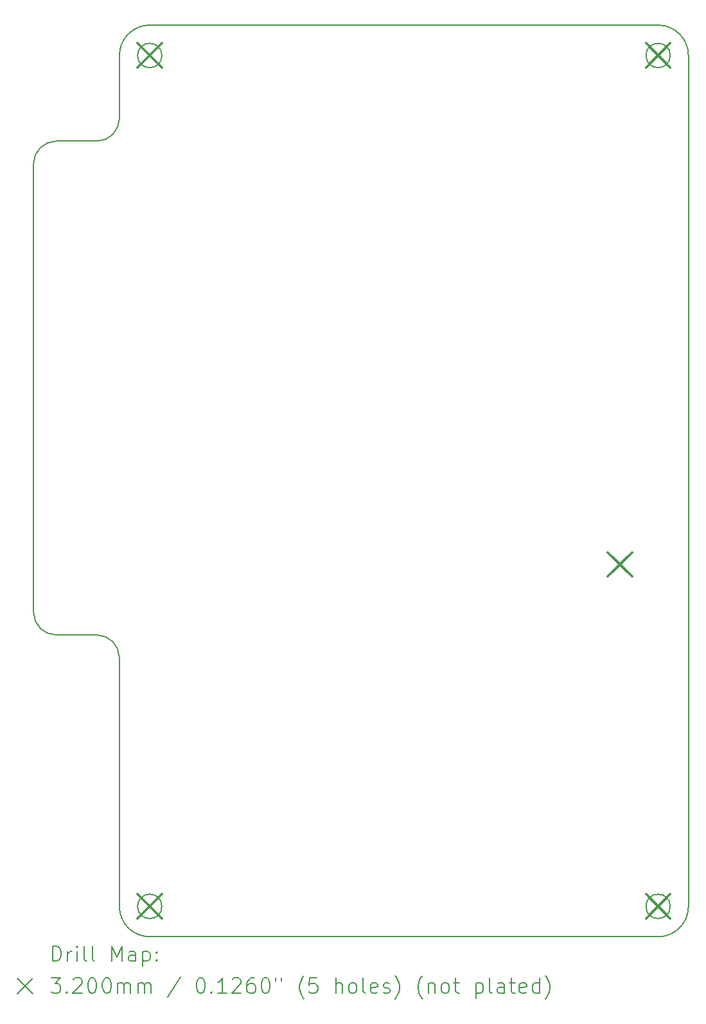
<source format=gbr>
%TF.GenerationSoftware,KiCad,Pcbnew,9.0.5*%
%TF.CreationDate,2025-11-24T08:34:28-05:00*%
%TF.ProjectId,devboard,64657662-6f61-4726-942e-6b696361645f,rev?*%
%TF.SameCoordinates,Original*%
%TF.FileFunction,Drillmap*%
%TF.FilePolarity,Positive*%
%FSLAX45Y45*%
G04 Gerber Fmt 4.5, Leading zero omitted, Abs format (unit mm)*
G04 Created by KiCad (PCBNEW 9.0.5) date 2025-11-24 08:34:28*
%MOMM*%
%LPD*%
G01*
G04 APERTURE LIST*
%ADD10C,0.200000*%
%ADD11C,0.320000*%
G04 APERTURE END LIST*
D10*
X12521809Y-3922583D02*
G75*
G02*
X12201769Y-3922583I-160020J0D01*
G01*
X12201769Y-3922583D02*
G75*
G02*
X12521809Y-3922583I160020J0D01*
G01*
X10830000Y-11250000D02*
X10830000Y-5349995D01*
X12361790Y-15522583D02*
G75*
G02*
X11961789Y-15121315I0J400003D01*
G01*
X11961789Y-4749400D02*
X11961789Y-3922590D01*
X12739280Y-15522583D02*
X12361790Y-15522583D01*
X19221809Y-15122583D02*
G75*
G02*
X18901769Y-15122583I-160020J0D01*
G01*
X18901769Y-15122583D02*
G75*
G02*
X19221809Y-15122583I160020J0D01*
G01*
X19461789Y-15122580D02*
G75*
G02*
X19061789Y-15522589I-400009J0D01*
G01*
X19461789Y-3922583D02*
X19461789Y-15122580D01*
X19221809Y-3922583D02*
G75*
G02*
X18901769Y-3922583I-160020J0D01*
G01*
X18901769Y-3922583D02*
G75*
G02*
X19221809Y-3922583I160020J0D01*
G01*
X19061789Y-15522583D02*
X18684297Y-15522583D01*
X18684297Y-15522583D02*
X12739280Y-15522583D01*
X12363729Y-3522583D02*
X19061790Y-3522583D01*
X11961789Y-15121315D02*
X11961789Y-11849151D01*
X11961789Y-3922590D02*
G75*
G02*
X12363729Y-3522583I400011J0D01*
G01*
X11661790Y-11550000D02*
X11130000Y-11550000D01*
X11129995Y-5050000D02*
X11661786Y-5050000D01*
X19061790Y-3522583D02*
G75*
G02*
X19461787Y-3922583I0J-399997D01*
G01*
X11130000Y-11550000D02*
G75*
G02*
X10830000Y-11250000I0J300000D01*
G01*
X11661790Y-11550000D02*
G75*
G02*
X11961789Y-11849151I0J-300000D01*
G01*
X11961789Y-4749400D02*
G75*
G02*
X11661786Y-5049999I-299999J-600D01*
G01*
X10830000Y-5349995D02*
G75*
G02*
X11129995Y-5050000I299995J0D01*
G01*
X12521809Y-15122583D02*
G75*
G02*
X12201769Y-15122583I-160020J0D01*
G01*
X12201769Y-15122583D02*
G75*
G02*
X12521809Y-15122583I160020J0D01*
G01*
D11*
X12201789Y-14962583D02*
X12521789Y-15282583D01*
X12521789Y-14962583D02*
X12201789Y-15282583D01*
X12201790Y-3762580D02*
X12521790Y-4082580D01*
X12521790Y-3762580D02*
X12201790Y-4082580D01*
X18401800Y-10462590D02*
X18721800Y-10782590D01*
X18721800Y-10462590D02*
X18401800Y-10782590D01*
X18901780Y-14962580D02*
X19221780Y-15282580D01*
X19221780Y-14962580D02*
X18901780Y-15282580D01*
X18901790Y-3762580D02*
X19221790Y-4082580D01*
X19221790Y-3762580D02*
X18901790Y-4082580D01*
D10*
X11080777Y-15844067D02*
X11080777Y-15644067D01*
X11080777Y-15644067D02*
X11128396Y-15644067D01*
X11128396Y-15644067D02*
X11156967Y-15653591D01*
X11156967Y-15653591D02*
X11176015Y-15672639D01*
X11176015Y-15672639D02*
X11185539Y-15691686D01*
X11185539Y-15691686D02*
X11195062Y-15729781D01*
X11195062Y-15729781D02*
X11195062Y-15758353D01*
X11195062Y-15758353D02*
X11185539Y-15796448D01*
X11185539Y-15796448D02*
X11176015Y-15815496D01*
X11176015Y-15815496D02*
X11156967Y-15834543D01*
X11156967Y-15834543D02*
X11128396Y-15844067D01*
X11128396Y-15844067D02*
X11080777Y-15844067D01*
X11280777Y-15844067D02*
X11280777Y-15710734D01*
X11280777Y-15748829D02*
X11290300Y-15729781D01*
X11290300Y-15729781D02*
X11299824Y-15720258D01*
X11299824Y-15720258D02*
X11318872Y-15710734D01*
X11318872Y-15710734D02*
X11337920Y-15710734D01*
X11404586Y-15844067D02*
X11404586Y-15710734D01*
X11404586Y-15644067D02*
X11395062Y-15653591D01*
X11395062Y-15653591D02*
X11404586Y-15663115D01*
X11404586Y-15663115D02*
X11414110Y-15653591D01*
X11414110Y-15653591D02*
X11404586Y-15644067D01*
X11404586Y-15644067D02*
X11404586Y-15663115D01*
X11528396Y-15844067D02*
X11509348Y-15834543D01*
X11509348Y-15834543D02*
X11499824Y-15815496D01*
X11499824Y-15815496D02*
X11499824Y-15644067D01*
X11633158Y-15844067D02*
X11614110Y-15834543D01*
X11614110Y-15834543D02*
X11604586Y-15815496D01*
X11604586Y-15815496D02*
X11604586Y-15644067D01*
X11861729Y-15844067D02*
X11861729Y-15644067D01*
X11861729Y-15644067D02*
X11928396Y-15786924D01*
X11928396Y-15786924D02*
X11995062Y-15644067D01*
X11995062Y-15644067D02*
X11995062Y-15844067D01*
X12176015Y-15844067D02*
X12176015Y-15739305D01*
X12176015Y-15739305D02*
X12166491Y-15720258D01*
X12166491Y-15720258D02*
X12147443Y-15710734D01*
X12147443Y-15710734D02*
X12109348Y-15710734D01*
X12109348Y-15710734D02*
X12090300Y-15720258D01*
X12176015Y-15834543D02*
X12156967Y-15844067D01*
X12156967Y-15844067D02*
X12109348Y-15844067D01*
X12109348Y-15844067D02*
X12090300Y-15834543D01*
X12090300Y-15834543D02*
X12080777Y-15815496D01*
X12080777Y-15815496D02*
X12080777Y-15796448D01*
X12080777Y-15796448D02*
X12090300Y-15777400D01*
X12090300Y-15777400D02*
X12109348Y-15767877D01*
X12109348Y-15767877D02*
X12156967Y-15767877D01*
X12156967Y-15767877D02*
X12176015Y-15758353D01*
X12271253Y-15710734D02*
X12271253Y-15910734D01*
X12271253Y-15720258D02*
X12290300Y-15710734D01*
X12290300Y-15710734D02*
X12328396Y-15710734D01*
X12328396Y-15710734D02*
X12347443Y-15720258D01*
X12347443Y-15720258D02*
X12356967Y-15729781D01*
X12356967Y-15729781D02*
X12366491Y-15748829D01*
X12366491Y-15748829D02*
X12366491Y-15805972D01*
X12366491Y-15805972D02*
X12356967Y-15825019D01*
X12356967Y-15825019D02*
X12347443Y-15834543D01*
X12347443Y-15834543D02*
X12328396Y-15844067D01*
X12328396Y-15844067D02*
X12290300Y-15844067D01*
X12290300Y-15844067D02*
X12271253Y-15834543D01*
X12452205Y-15825019D02*
X12461729Y-15834543D01*
X12461729Y-15834543D02*
X12452205Y-15844067D01*
X12452205Y-15844067D02*
X12442681Y-15834543D01*
X12442681Y-15834543D02*
X12452205Y-15825019D01*
X12452205Y-15825019D02*
X12452205Y-15844067D01*
X12452205Y-15720258D02*
X12461729Y-15729781D01*
X12461729Y-15729781D02*
X12452205Y-15739305D01*
X12452205Y-15739305D02*
X12442681Y-15729781D01*
X12442681Y-15729781D02*
X12452205Y-15720258D01*
X12452205Y-15720258D02*
X12452205Y-15739305D01*
X10620000Y-16072583D02*
X10820000Y-16272583D01*
X10820000Y-16072583D02*
X10620000Y-16272583D01*
X11061729Y-16064067D02*
X11185539Y-16064067D01*
X11185539Y-16064067D02*
X11118872Y-16140258D01*
X11118872Y-16140258D02*
X11147443Y-16140258D01*
X11147443Y-16140258D02*
X11166491Y-16149781D01*
X11166491Y-16149781D02*
X11176015Y-16159305D01*
X11176015Y-16159305D02*
X11185539Y-16178353D01*
X11185539Y-16178353D02*
X11185539Y-16225972D01*
X11185539Y-16225972D02*
X11176015Y-16245019D01*
X11176015Y-16245019D02*
X11166491Y-16254543D01*
X11166491Y-16254543D02*
X11147443Y-16264067D01*
X11147443Y-16264067D02*
X11090301Y-16264067D01*
X11090301Y-16264067D02*
X11071253Y-16254543D01*
X11071253Y-16254543D02*
X11061729Y-16245019D01*
X11271253Y-16245019D02*
X11280777Y-16254543D01*
X11280777Y-16254543D02*
X11271253Y-16264067D01*
X11271253Y-16264067D02*
X11261729Y-16254543D01*
X11261729Y-16254543D02*
X11271253Y-16245019D01*
X11271253Y-16245019D02*
X11271253Y-16264067D01*
X11356967Y-16083115D02*
X11366491Y-16073591D01*
X11366491Y-16073591D02*
X11385539Y-16064067D01*
X11385539Y-16064067D02*
X11433158Y-16064067D01*
X11433158Y-16064067D02*
X11452205Y-16073591D01*
X11452205Y-16073591D02*
X11461729Y-16083115D01*
X11461729Y-16083115D02*
X11471253Y-16102162D01*
X11471253Y-16102162D02*
X11471253Y-16121210D01*
X11471253Y-16121210D02*
X11461729Y-16149781D01*
X11461729Y-16149781D02*
X11347443Y-16264067D01*
X11347443Y-16264067D02*
X11471253Y-16264067D01*
X11595062Y-16064067D02*
X11614110Y-16064067D01*
X11614110Y-16064067D02*
X11633158Y-16073591D01*
X11633158Y-16073591D02*
X11642681Y-16083115D01*
X11642681Y-16083115D02*
X11652205Y-16102162D01*
X11652205Y-16102162D02*
X11661729Y-16140258D01*
X11661729Y-16140258D02*
X11661729Y-16187877D01*
X11661729Y-16187877D02*
X11652205Y-16225972D01*
X11652205Y-16225972D02*
X11642681Y-16245019D01*
X11642681Y-16245019D02*
X11633158Y-16254543D01*
X11633158Y-16254543D02*
X11614110Y-16264067D01*
X11614110Y-16264067D02*
X11595062Y-16264067D01*
X11595062Y-16264067D02*
X11576015Y-16254543D01*
X11576015Y-16254543D02*
X11566491Y-16245019D01*
X11566491Y-16245019D02*
X11556967Y-16225972D01*
X11556967Y-16225972D02*
X11547443Y-16187877D01*
X11547443Y-16187877D02*
X11547443Y-16140258D01*
X11547443Y-16140258D02*
X11556967Y-16102162D01*
X11556967Y-16102162D02*
X11566491Y-16083115D01*
X11566491Y-16083115D02*
X11576015Y-16073591D01*
X11576015Y-16073591D02*
X11595062Y-16064067D01*
X11785539Y-16064067D02*
X11804586Y-16064067D01*
X11804586Y-16064067D02*
X11823634Y-16073591D01*
X11823634Y-16073591D02*
X11833158Y-16083115D01*
X11833158Y-16083115D02*
X11842681Y-16102162D01*
X11842681Y-16102162D02*
X11852205Y-16140258D01*
X11852205Y-16140258D02*
X11852205Y-16187877D01*
X11852205Y-16187877D02*
X11842681Y-16225972D01*
X11842681Y-16225972D02*
X11833158Y-16245019D01*
X11833158Y-16245019D02*
X11823634Y-16254543D01*
X11823634Y-16254543D02*
X11804586Y-16264067D01*
X11804586Y-16264067D02*
X11785539Y-16264067D01*
X11785539Y-16264067D02*
X11766491Y-16254543D01*
X11766491Y-16254543D02*
X11756967Y-16245019D01*
X11756967Y-16245019D02*
X11747443Y-16225972D01*
X11747443Y-16225972D02*
X11737920Y-16187877D01*
X11737920Y-16187877D02*
X11737920Y-16140258D01*
X11737920Y-16140258D02*
X11747443Y-16102162D01*
X11747443Y-16102162D02*
X11756967Y-16083115D01*
X11756967Y-16083115D02*
X11766491Y-16073591D01*
X11766491Y-16073591D02*
X11785539Y-16064067D01*
X11937920Y-16264067D02*
X11937920Y-16130734D01*
X11937920Y-16149781D02*
X11947443Y-16140258D01*
X11947443Y-16140258D02*
X11966491Y-16130734D01*
X11966491Y-16130734D02*
X11995062Y-16130734D01*
X11995062Y-16130734D02*
X12014110Y-16140258D01*
X12014110Y-16140258D02*
X12023634Y-16159305D01*
X12023634Y-16159305D02*
X12023634Y-16264067D01*
X12023634Y-16159305D02*
X12033158Y-16140258D01*
X12033158Y-16140258D02*
X12052205Y-16130734D01*
X12052205Y-16130734D02*
X12080777Y-16130734D01*
X12080777Y-16130734D02*
X12099824Y-16140258D01*
X12099824Y-16140258D02*
X12109348Y-16159305D01*
X12109348Y-16159305D02*
X12109348Y-16264067D01*
X12204586Y-16264067D02*
X12204586Y-16130734D01*
X12204586Y-16149781D02*
X12214110Y-16140258D01*
X12214110Y-16140258D02*
X12233158Y-16130734D01*
X12233158Y-16130734D02*
X12261729Y-16130734D01*
X12261729Y-16130734D02*
X12280777Y-16140258D01*
X12280777Y-16140258D02*
X12290301Y-16159305D01*
X12290301Y-16159305D02*
X12290301Y-16264067D01*
X12290301Y-16159305D02*
X12299824Y-16140258D01*
X12299824Y-16140258D02*
X12318872Y-16130734D01*
X12318872Y-16130734D02*
X12347443Y-16130734D01*
X12347443Y-16130734D02*
X12366491Y-16140258D01*
X12366491Y-16140258D02*
X12376015Y-16159305D01*
X12376015Y-16159305D02*
X12376015Y-16264067D01*
X12766491Y-16054543D02*
X12595063Y-16311686D01*
X13023634Y-16064067D02*
X13042682Y-16064067D01*
X13042682Y-16064067D02*
X13061729Y-16073591D01*
X13061729Y-16073591D02*
X13071253Y-16083115D01*
X13071253Y-16083115D02*
X13080777Y-16102162D01*
X13080777Y-16102162D02*
X13090301Y-16140258D01*
X13090301Y-16140258D02*
X13090301Y-16187877D01*
X13090301Y-16187877D02*
X13080777Y-16225972D01*
X13080777Y-16225972D02*
X13071253Y-16245019D01*
X13071253Y-16245019D02*
X13061729Y-16254543D01*
X13061729Y-16254543D02*
X13042682Y-16264067D01*
X13042682Y-16264067D02*
X13023634Y-16264067D01*
X13023634Y-16264067D02*
X13004586Y-16254543D01*
X13004586Y-16254543D02*
X12995063Y-16245019D01*
X12995063Y-16245019D02*
X12985539Y-16225972D01*
X12985539Y-16225972D02*
X12976015Y-16187877D01*
X12976015Y-16187877D02*
X12976015Y-16140258D01*
X12976015Y-16140258D02*
X12985539Y-16102162D01*
X12985539Y-16102162D02*
X12995063Y-16083115D01*
X12995063Y-16083115D02*
X13004586Y-16073591D01*
X13004586Y-16073591D02*
X13023634Y-16064067D01*
X13176015Y-16245019D02*
X13185539Y-16254543D01*
X13185539Y-16254543D02*
X13176015Y-16264067D01*
X13176015Y-16264067D02*
X13166491Y-16254543D01*
X13166491Y-16254543D02*
X13176015Y-16245019D01*
X13176015Y-16245019D02*
X13176015Y-16264067D01*
X13376015Y-16264067D02*
X13261729Y-16264067D01*
X13318872Y-16264067D02*
X13318872Y-16064067D01*
X13318872Y-16064067D02*
X13299824Y-16092639D01*
X13299824Y-16092639D02*
X13280777Y-16111686D01*
X13280777Y-16111686D02*
X13261729Y-16121210D01*
X13452205Y-16083115D02*
X13461729Y-16073591D01*
X13461729Y-16073591D02*
X13480777Y-16064067D01*
X13480777Y-16064067D02*
X13528396Y-16064067D01*
X13528396Y-16064067D02*
X13547444Y-16073591D01*
X13547444Y-16073591D02*
X13556967Y-16083115D01*
X13556967Y-16083115D02*
X13566491Y-16102162D01*
X13566491Y-16102162D02*
X13566491Y-16121210D01*
X13566491Y-16121210D02*
X13556967Y-16149781D01*
X13556967Y-16149781D02*
X13442682Y-16264067D01*
X13442682Y-16264067D02*
X13566491Y-16264067D01*
X13737920Y-16064067D02*
X13699824Y-16064067D01*
X13699824Y-16064067D02*
X13680777Y-16073591D01*
X13680777Y-16073591D02*
X13671253Y-16083115D01*
X13671253Y-16083115D02*
X13652205Y-16111686D01*
X13652205Y-16111686D02*
X13642682Y-16149781D01*
X13642682Y-16149781D02*
X13642682Y-16225972D01*
X13642682Y-16225972D02*
X13652205Y-16245019D01*
X13652205Y-16245019D02*
X13661729Y-16254543D01*
X13661729Y-16254543D02*
X13680777Y-16264067D01*
X13680777Y-16264067D02*
X13718872Y-16264067D01*
X13718872Y-16264067D02*
X13737920Y-16254543D01*
X13737920Y-16254543D02*
X13747444Y-16245019D01*
X13747444Y-16245019D02*
X13756967Y-16225972D01*
X13756967Y-16225972D02*
X13756967Y-16178353D01*
X13756967Y-16178353D02*
X13747444Y-16159305D01*
X13747444Y-16159305D02*
X13737920Y-16149781D01*
X13737920Y-16149781D02*
X13718872Y-16140258D01*
X13718872Y-16140258D02*
X13680777Y-16140258D01*
X13680777Y-16140258D02*
X13661729Y-16149781D01*
X13661729Y-16149781D02*
X13652205Y-16159305D01*
X13652205Y-16159305D02*
X13642682Y-16178353D01*
X13880777Y-16064067D02*
X13899825Y-16064067D01*
X13899825Y-16064067D02*
X13918872Y-16073591D01*
X13918872Y-16073591D02*
X13928396Y-16083115D01*
X13928396Y-16083115D02*
X13937920Y-16102162D01*
X13937920Y-16102162D02*
X13947444Y-16140258D01*
X13947444Y-16140258D02*
X13947444Y-16187877D01*
X13947444Y-16187877D02*
X13937920Y-16225972D01*
X13937920Y-16225972D02*
X13928396Y-16245019D01*
X13928396Y-16245019D02*
X13918872Y-16254543D01*
X13918872Y-16254543D02*
X13899825Y-16264067D01*
X13899825Y-16264067D02*
X13880777Y-16264067D01*
X13880777Y-16264067D02*
X13861729Y-16254543D01*
X13861729Y-16254543D02*
X13852205Y-16245019D01*
X13852205Y-16245019D02*
X13842682Y-16225972D01*
X13842682Y-16225972D02*
X13833158Y-16187877D01*
X13833158Y-16187877D02*
X13833158Y-16140258D01*
X13833158Y-16140258D02*
X13842682Y-16102162D01*
X13842682Y-16102162D02*
X13852205Y-16083115D01*
X13852205Y-16083115D02*
X13861729Y-16073591D01*
X13861729Y-16073591D02*
X13880777Y-16064067D01*
X14023634Y-16064067D02*
X14023634Y-16102162D01*
X14099825Y-16064067D02*
X14099825Y-16102162D01*
X14395063Y-16340258D02*
X14385539Y-16330734D01*
X14385539Y-16330734D02*
X14366491Y-16302162D01*
X14366491Y-16302162D02*
X14356967Y-16283115D01*
X14356967Y-16283115D02*
X14347444Y-16254543D01*
X14347444Y-16254543D02*
X14337920Y-16206924D01*
X14337920Y-16206924D02*
X14337920Y-16168829D01*
X14337920Y-16168829D02*
X14347444Y-16121210D01*
X14347444Y-16121210D02*
X14356967Y-16092639D01*
X14356967Y-16092639D02*
X14366491Y-16073591D01*
X14366491Y-16073591D02*
X14385539Y-16045019D01*
X14385539Y-16045019D02*
X14395063Y-16035496D01*
X14566491Y-16064067D02*
X14471253Y-16064067D01*
X14471253Y-16064067D02*
X14461729Y-16159305D01*
X14461729Y-16159305D02*
X14471253Y-16149781D01*
X14471253Y-16149781D02*
X14490301Y-16140258D01*
X14490301Y-16140258D02*
X14537920Y-16140258D01*
X14537920Y-16140258D02*
X14556967Y-16149781D01*
X14556967Y-16149781D02*
X14566491Y-16159305D01*
X14566491Y-16159305D02*
X14576015Y-16178353D01*
X14576015Y-16178353D02*
X14576015Y-16225972D01*
X14576015Y-16225972D02*
X14566491Y-16245019D01*
X14566491Y-16245019D02*
X14556967Y-16254543D01*
X14556967Y-16254543D02*
X14537920Y-16264067D01*
X14537920Y-16264067D02*
X14490301Y-16264067D01*
X14490301Y-16264067D02*
X14471253Y-16254543D01*
X14471253Y-16254543D02*
X14461729Y-16245019D01*
X14814110Y-16264067D02*
X14814110Y-16064067D01*
X14899825Y-16264067D02*
X14899825Y-16159305D01*
X14899825Y-16159305D02*
X14890301Y-16140258D01*
X14890301Y-16140258D02*
X14871253Y-16130734D01*
X14871253Y-16130734D02*
X14842682Y-16130734D01*
X14842682Y-16130734D02*
X14823634Y-16140258D01*
X14823634Y-16140258D02*
X14814110Y-16149781D01*
X15023634Y-16264067D02*
X15004587Y-16254543D01*
X15004587Y-16254543D02*
X14995063Y-16245019D01*
X14995063Y-16245019D02*
X14985539Y-16225972D01*
X14985539Y-16225972D02*
X14985539Y-16168829D01*
X14985539Y-16168829D02*
X14995063Y-16149781D01*
X14995063Y-16149781D02*
X15004587Y-16140258D01*
X15004587Y-16140258D02*
X15023634Y-16130734D01*
X15023634Y-16130734D02*
X15052206Y-16130734D01*
X15052206Y-16130734D02*
X15071253Y-16140258D01*
X15071253Y-16140258D02*
X15080777Y-16149781D01*
X15080777Y-16149781D02*
X15090301Y-16168829D01*
X15090301Y-16168829D02*
X15090301Y-16225972D01*
X15090301Y-16225972D02*
X15080777Y-16245019D01*
X15080777Y-16245019D02*
X15071253Y-16254543D01*
X15071253Y-16254543D02*
X15052206Y-16264067D01*
X15052206Y-16264067D02*
X15023634Y-16264067D01*
X15204587Y-16264067D02*
X15185539Y-16254543D01*
X15185539Y-16254543D02*
X15176015Y-16235496D01*
X15176015Y-16235496D02*
X15176015Y-16064067D01*
X15356968Y-16254543D02*
X15337920Y-16264067D01*
X15337920Y-16264067D02*
X15299825Y-16264067D01*
X15299825Y-16264067D02*
X15280777Y-16254543D01*
X15280777Y-16254543D02*
X15271253Y-16235496D01*
X15271253Y-16235496D02*
X15271253Y-16159305D01*
X15271253Y-16159305D02*
X15280777Y-16140258D01*
X15280777Y-16140258D02*
X15299825Y-16130734D01*
X15299825Y-16130734D02*
X15337920Y-16130734D01*
X15337920Y-16130734D02*
X15356968Y-16140258D01*
X15356968Y-16140258D02*
X15366491Y-16159305D01*
X15366491Y-16159305D02*
X15366491Y-16178353D01*
X15366491Y-16178353D02*
X15271253Y-16197400D01*
X15442682Y-16254543D02*
X15461729Y-16264067D01*
X15461729Y-16264067D02*
X15499825Y-16264067D01*
X15499825Y-16264067D02*
X15518872Y-16254543D01*
X15518872Y-16254543D02*
X15528396Y-16235496D01*
X15528396Y-16235496D02*
X15528396Y-16225972D01*
X15528396Y-16225972D02*
X15518872Y-16206924D01*
X15518872Y-16206924D02*
X15499825Y-16197400D01*
X15499825Y-16197400D02*
X15471253Y-16197400D01*
X15471253Y-16197400D02*
X15452206Y-16187877D01*
X15452206Y-16187877D02*
X15442682Y-16168829D01*
X15442682Y-16168829D02*
X15442682Y-16159305D01*
X15442682Y-16159305D02*
X15452206Y-16140258D01*
X15452206Y-16140258D02*
X15471253Y-16130734D01*
X15471253Y-16130734D02*
X15499825Y-16130734D01*
X15499825Y-16130734D02*
X15518872Y-16140258D01*
X15595063Y-16340258D02*
X15604587Y-16330734D01*
X15604587Y-16330734D02*
X15623634Y-16302162D01*
X15623634Y-16302162D02*
X15633158Y-16283115D01*
X15633158Y-16283115D02*
X15642682Y-16254543D01*
X15642682Y-16254543D02*
X15652206Y-16206924D01*
X15652206Y-16206924D02*
X15652206Y-16168829D01*
X15652206Y-16168829D02*
X15642682Y-16121210D01*
X15642682Y-16121210D02*
X15633158Y-16092639D01*
X15633158Y-16092639D02*
X15623634Y-16073591D01*
X15623634Y-16073591D02*
X15604587Y-16045019D01*
X15604587Y-16045019D02*
X15595063Y-16035496D01*
X15956968Y-16340258D02*
X15947444Y-16330734D01*
X15947444Y-16330734D02*
X15928396Y-16302162D01*
X15928396Y-16302162D02*
X15918872Y-16283115D01*
X15918872Y-16283115D02*
X15909349Y-16254543D01*
X15909349Y-16254543D02*
X15899825Y-16206924D01*
X15899825Y-16206924D02*
X15899825Y-16168829D01*
X15899825Y-16168829D02*
X15909349Y-16121210D01*
X15909349Y-16121210D02*
X15918872Y-16092639D01*
X15918872Y-16092639D02*
X15928396Y-16073591D01*
X15928396Y-16073591D02*
X15947444Y-16045019D01*
X15947444Y-16045019D02*
X15956968Y-16035496D01*
X16033158Y-16130734D02*
X16033158Y-16264067D01*
X16033158Y-16149781D02*
X16042682Y-16140258D01*
X16042682Y-16140258D02*
X16061729Y-16130734D01*
X16061729Y-16130734D02*
X16090301Y-16130734D01*
X16090301Y-16130734D02*
X16109349Y-16140258D01*
X16109349Y-16140258D02*
X16118872Y-16159305D01*
X16118872Y-16159305D02*
X16118872Y-16264067D01*
X16242682Y-16264067D02*
X16223634Y-16254543D01*
X16223634Y-16254543D02*
X16214110Y-16245019D01*
X16214110Y-16245019D02*
X16204587Y-16225972D01*
X16204587Y-16225972D02*
X16204587Y-16168829D01*
X16204587Y-16168829D02*
X16214110Y-16149781D01*
X16214110Y-16149781D02*
X16223634Y-16140258D01*
X16223634Y-16140258D02*
X16242682Y-16130734D01*
X16242682Y-16130734D02*
X16271253Y-16130734D01*
X16271253Y-16130734D02*
X16290301Y-16140258D01*
X16290301Y-16140258D02*
X16299825Y-16149781D01*
X16299825Y-16149781D02*
X16309349Y-16168829D01*
X16309349Y-16168829D02*
X16309349Y-16225972D01*
X16309349Y-16225972D02*
X16299825Y-16245019D01*
X16299825Y-16245019D02*
X16290301Y-16254543D01*
X16290301Y-16254543D02*
X16271253Y-16264067D01*
X16271253Y-16264067D02*
X16242682Y-16264067D01*
X16366491Y-16130734D02*
X16442682Y-16130734D01*
X16395063Y-16064067D02*
X16395063Y-16235496D01*
X16395063Y-16235496D02*
X16404587Y-16254543D01*
X16404587Y-16254543D02*
X16423634Y-16264067D01*
X16423634Y-16264067D02*
X16442682Y-16264067D01*
X16661730Y-16130734D02*
X16661730Y-16330734D01*
X16661730Y-16140258D02*
X16680777Y-16130734D01*
X16680777Y-16130734D02*
X16718872Y-16130734D01*
X16718872Y-16130734D02*
X16737920Y-16140258D01*
X16737920Y-16140258D02*
X16747444Y-16149781D01*
X16747444Y-16149781D02*
X16756968Y-16168829D01*
X16756968Y-16168829D02*
X16756968Y-16225972D01*
X16756968Y-16225972D02*
X16747444Y-16245019D01*
X16747444Y-16245019D02*
X16737920Y-16254543D01*
X16737920Y-16254543D02*
X16718872Y-16264067D01*
X16718872Y-16264067D02*
X16680777Y-16264067D01*
X16680777Y-16264067D02*
X16661730Y-16254543D01*
X16871253Y-16264067D02*
X16852206Y-16254543D01*
X16852206Y-16254543D02*
X16842682Y-16235496D01*
X16842682Y-16235496D02*
X16842682Y-16064067D01*
X17033158Y-16264067D02*
X17033158Y-16159305D01*
X17033158Y-16159305D02*
X17023634Y-16140258D01*
X17023634Y-16140258D02*
X17004587Y-16130734D01*
X17004587Y-16130734D02*
X16966492Y-16130734D01*
X16966492Y-16130734D02*
X16947444Y-16140258D01*
X17033158Y-16254543D02*
X17014111Y-16264067D01*
X17014111Y-16264067D02*
X16966492Y-16264067D01*
X16966492Y-16264067D02*
X16947444Y-16254543D01*
X16947444Y-16254543D02*
X16937920Y-16235496D01*
X16937920Y-16235496D02*
X16937920Y-16216448D01*
X16937920Y-16216448D02*
X16947444Y-16197400D01*
X16947444Y-16197400D02*
X16966492Y-16187877D01*
X16966492Y-16187877D02*
X17014111Y-16187877D01*
X17014111Y-16187877D02*
X17033158Y-16178353D01*
X17099825Y-16130734D02*
X17176015Y-16130734D01*
X17128396Y-16064067D02*
X17128396Y-16235496D01*
X17128396Y-16235496D02*
X17137920Y-16254543D01*
X17137920Y-16254543D02*
X17156968Y-16264067D01*
X17156968Y-16264067D02*
X17176015Y-16264067D01*
X17318873Y-16254543D02*
X17299825Y-16264067D01*
X17299825Y-16264067D02*
X17261730Y-16264067D01*
X17261730Y-16264067D02*
X17242682Y-16254543D01*
X17242682Y-16254543D02*
X17233158Y-16235496D01*
X17233158Y-16235496D02*
X17233158Y-16159305D01*
X17233158Y-16159305D02*
X17242682Y-16140258D01*
X17242682Y-16140258D02*
X17261730Y-16130734D01*
X17261730Y-16130734D02*
X17299825Y-16130734D01*
X17299825Y-16130734D02*
X17318873Y-16140258D01*
X17318873Y-16140258D02*
X17328396Y-16159305D01*
X17328396Y-16159305D02*
X17328396Y-16178353D01*
X17328396Y-16178353D02*
X17233158Y-16197400D01*
X17499825Y-16264067D02*
X17499825Y-16064067D01*
X17499825Y-16254543D02*
X17480777Y-16264067D01*
X17480777Y-16264067D02*
X17442682Y-16264067D01*
X17442682Y-16264067D02*
X17423634Y-16254543D01*
X17423634Y-16254543D02*
X17414111Y-16245019D01*
X17414111Y-16245019D02*
X17404587Y-16225972D01*
X17404587Y-16225972D02*
X17404587Y-16168829D01*
X17404587Y-16168829D02*
X17414111Y-16149781D01*
X17414111Y-16149781D02*
X17423634Y-16140258D01*
X17423634Y-16140258D02*
X17442682Y-16130734D01*
X17442682Y-16130734D02*
X17480777Y-16130734D01*
X17480777Y-16130734D02*
X17499825Y-16140258D01*
X17576015Y-16340258D02*
X17585539Y-16330734D01*
X17585539Y-16330734D02*
X17604587Y-16302162D01*
X17604587Y-16302162D02*
X17614111Y-16283115D01*
X17614111Y-16283115D02*
X17623634Y-16254543D01*
X17623634Y-16254543D02*
X17633158Y-16206924D01*
X17633158Y-16206924D02*
X17633158Y-16168829D01*
X17633158Y-16168829D02*
X17623634Y-16121210D01*
X17623634Y-16121210D02*
X17614111Y-16092639D01*
X17614111Y-16092639D02*
X17604587Y-16073591D01*
X17604587Y-16073591D02*
X17585539Y-16045019D01*
X17585539Y-16045019D02*
X17576015Y-16035496D01*
M02*

</source>
